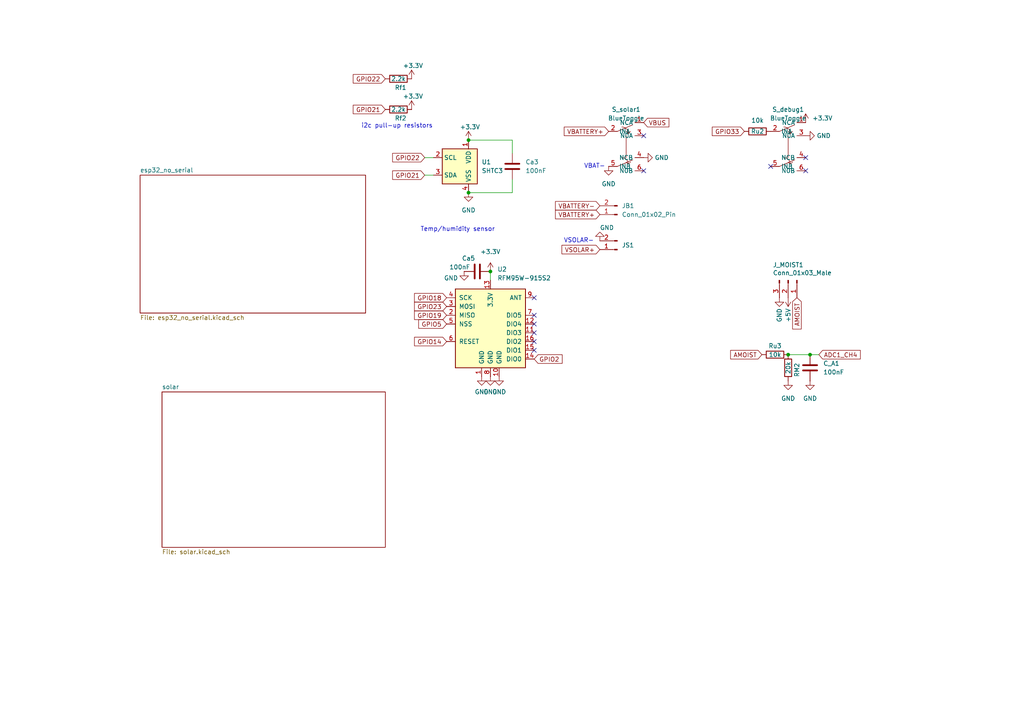
<source format=kicad_sch>
(kicad_sch (version 20231120) (generator "eeschema") (generator_version "8.0")
  (paper "A4")
  (lib_symbols
    (symbol "BlueToggle_1"
      (property "Reference" "S" (at 0 0 0))
      (property "Value" "BlueToggle" (at 0 -9.525 0))
      (symbol "BlueToggle_1_0_1"
        (polyline (pts (xy -2.54 -3.81) (xy 1.905 -1.905)))
        (polyline (pts (xy -2.54 6.35) (xy 1.905 8.255)))
        (polyline (pts (xy 0 5.08) (xy 0 -1.27)))
        (polyline (pts (xy 0 -2.54) (xy 0.635 -3.175) (xy 1.27 -2.54)))
        (polyline (pts (xy 0 6.35) (xy 0.635 5.715) (xy 1.27 6.35)))
        (arc (start 0.635 -3.175) (mid 0.077 -1.828) (end -1.27 -1.27))
        (arc (start 0.635 5.715) (mid 0.077 7.062) (end -1.27 7.62))
      )
      (symbol "BlueToggle_1_1_1"
        (pin output line (at 5.08 8.89 180) (length 2.54) (name "NCA") (number "1"))
        (pin input line (at -5.08 6.35 0) (length 2.54) (name "INA") (number "2"))
        (pin output line (at 5.08 5.08 180) (length 2.54) (name "N0A") (number "3"))
        (pin output line (at 5.08 -1.27 180) (length 2.54) (name "NCB") (number "4"))
        (pin input line (at -5.08 -3.81 0) (length 2.54) (name "INB") (number "5"))
        (pin output line (at 5.08 -5.08 180) (length 2.54) (name "N0B") (number "6"))
      )
    )
    (symbol "Connector:Conn_01x02_Pin" (pin_names (offset 1.016) hide)
      (property "Reference" "J" (at 0 2.54 0))
      (property "Value" "Conn_01x02_Pin" (at 0 -5.08 0))
      (symbol "Conn_01x02_Pin_1_1"
        (polyline (pts (xy 1.27 -2.54) (xy 0.8636 -2.54)) (stroke (width 0.1524)))
        (polyline (pts (xy 1.27 0) (xy 0.8636 0)) (stroke (width 0.1524)))
        (rectangle (start 0.8636 -2.413) (end 0 -2.667) (stroke (width 0.1524)) (fill (type outline)))
        (rectangle (start 0.8636 0.127) (end 0 -0.127) (stroke (width 0.1524)) (fill (type outline)))
        (pin passive line (at 5.08 0 180) (length 3.81) (name "Pin_1") (number "1"))
        (pin passive line (at 5.08 -2.54 180) (length 3.81) (name "Pin_2") (number "2"))
      )
    )
    (symbol "Connector:Conn_01x03_Pin" (pin_names (offset 1.016) hide)
      (property "Reference" "J" (at 0 5.08 0))
      (property "Value" "Conn_01x03_Pin" (at 0 -5.08 0))
      (symbol "Conn_01x03_Pin_1_1"
        (polyline (pts (xy 1.27 -2.54) (xy 0.8636 -2.54)) (stroke (width 0.1524)))
        (polyline (pts (xy 1.27 0) (xy 0.8636 0)) (stroke (width 0.1524)))
        (polyline (pts (xy 1.27 2.54) (xy 0.8636 2.54)) (stroke (width 0.1524)))
        (rectangle (start 0.8636 -2.413) (end 0 -2.667) (stroke (width 0.1524)) (fill (type outline)))
        (rectangle (start 0.8636 0.127) (end 0 -0.127) (stroke (width 0.1524)) (fill (type outline)))
        (rectangle (start 0.8636 2.667) (end 0 2.413) (stroke (width 0.1524)) (fill (type outline)))
        (pin passive line (at 5.08 2.54 180) (length 3.81) (name "Pin_1") (number "1"))
        (pin passive line (at 5.08 0 180) (length 3.81) (name "Pin_2") (number "2"))
        (pin passive line (at 5.08 -2.54 180) (length 3.81) (name "Pin_3") (number "3"))
      )
    )
    (symbol "Device:C" (pin_numbers hide) (pin_names (offset 0.254))
      (property "Reference" "C" (at 0.635 2.54 0))
      (property "Value" "C" (at 0.635 -2.54 0))
      (symbol "C_0_1"
        (polyline (pts (xy -2.032 -0.762) (xy 2.032 -0.762)) (stroke (width 0.508)))
        (polyline (pts (xy -2.032 0.762) (xy 2.032 0.762)) (stroke (width 0.508)))
      )
      (symbol "C_1_1"
        (pin passive line (at 0 3.81 270) (length 2.794) (name "~") (number "1"))
        (pin passive line (at 0 -3.81 90) (length 2.794) (name "~") (number "2"))
      )
    )
    (symbol "Device:R" (pin_numbers hide) (pin_names (offset 0))
      (property "Reference" "R" (at 2.032 0 90))
      (property "Value" "R" (at 0 0 90))
      (symbol "R_0_1"
        (rectangle (start -1.016 -2.54) (end 1.016 2.54) (stroke (width 0.254)))
      )
      (symbol "R_1_1"
        (pin passive line (at 0 3.81 270) (length 1.27) (name "~") (number "1"))
        (pin passive line (at 0 -3.81 90) (length 1.27) (name "~") (number "2"))
      )
    )
    (symbol "RF_Module:RFM95W-915S2" (pin_names (offset 1.016))
      (property "Reference" "U" (at -10.414 11.684 0))
      (property "Value" "RFM95W-915S2" (at 1.524 11.43 0))
      (symbol "RFM95W-915S2_0_1"
        (rectangle (start -10.16 10.16) (end 10.16 -12.7) (stroke (width 0.254)) (fill (type background)))
      )
      (symbol "RFM95W-915S2_1_1"
        (pin power_in line (at -2.54 -15.24 90) (length 2.54) (name "GND") (number "1"))
        (pin power_in line (at 2.54 -15.24 90) (length 2.54) (name "GND") (number "10"))
        (pin bidirectional line (at 12.7 -2.54 180) (length 2.54) (name "DIO3") (number "11"))
        (pin bidirectional line (at 12.7 0 180) (length 2.54) (name "DIO4") (number "12"))
        (pin power_in line (at 0 12.7 270) (length 2.54) (name "3.3V") (number "13"))
        (pin bidirectional line (at 12.7 -10.16 180) (length 2.54) (name "DIO0") (number "14"))
        (pin bidirectional line (at 12.7 -7.62 180) (length 2.54) (name "DIO1") (number "15"))
        (pin bidirectional line (at 12.7 -5.08 180) (length 2.54) (name "DIO2") (number "16"))
        (pin output line (at -12.7 2.54 0) (length 2.54) (name "MISO") (number "2"))
        (pin input line (at -12.7 5.08 0) (length 2.54) (name "MOSI") (number "3"))
        (pin input line (at -12.7 7.62 0) (length 2.54) (name "SCK") (number "4"))
        (pin input line (at -12.7 0 0) (length 2.54) (name "NSS") (number "5"))
        (pin bidirectional line (at -12.7 -5.08 0) (length 2.54) (name "RESET") (number "6"))
        (pin bidirectional line (at 12.7 2.54 180) (length 2.54) (name "DIO5") (number "7"))
        (pin power_in line (at 0 -15.24 90) (length 2.54) (name "GND") (number "8"))
        (pin bidirectional line (at 12.7 7.62 180) (length 2.54) (name "ANT") (number "9"))
      )
    )
    (symbol "Sensor_Humidity:SHTC3"
      (property "Reference" "U" (at -3.81 6.35 0))
      (property "Value" "SHTC3" (at -2.54 -6.35 0))
      (symbol "SHTC3_1_1"
        (rectangle (start -5.08 5.08) (end 5.08 -5.08) (stroke (width 0.254)) (fill (type background)))
        (pin power_in line (at 2.54 7.62 270) (length 2.54) (name "VDD") (number "1"))
        (pin input line (at -7.62 2.54 0) (length 2.54) (name "SCL") (number "2"))
        (pin bidirectional line (at -7.62 -2.54 0) (length 2.54) (name "SDA") (number "3"))
        (pin power_in line (at 2.54 -7.62 90) (length 2.54) (name "VSS") (number "4"))
        (pin no_connect line (at 5.08 0 180) (length 2.54) hide (name "NC") (number "5"))
      )
    )
    (symbol "chl33:BlueToggle"
      (property "Reference" "S" (at 0 0 0))
      (property "Value" "BlueToggle" (at 0 -9.525 0))
      (symbol "BlueToggle_0_1"
        (polyline (pts (xy -2.54 -3.81) (xy 1.905 -1.905)))
        (polyline (pts (xy -2.54 6.35) (xy 1.905 8.255)))
        (polyline (pts (xy 0 5.08) (xy 0 -1.27)))
        (polyline (pts (xy 0 -2.54) (xy 0.635 -3.175) (xy 1.27 -2.54)))
        (polyline (pts (xy 0 6.35) (xy 0.635 5.715) (xy 1.27 6.35)))
        (arc (start 0.635 -3.175) (mid 0.077 -1.828) (end -1.27 -1.27))
        (arc (start 0.635 5.715) (mid 0.077 7.062) (end -1.27 7.62))
      )
      (symbol "BlueToggle_1_1"
        (pin output line (at 5.08 8.89 180) (length 2.54) (name "NCA") (number "1"))
        (pin input line (at -5.08 6.35 0) (length 2.54) (name "INA") (number "2"))
        (pin output line (at 5.08 5.08 180) (length 2.54) (name "N0A") (number "3"))
        (pin output line (at 5.08 -1.27 180) (length 2.54) (name "NCB") (number "4"))
        (pin input line (at -5.08 -3.81 0) (length 2.54) (name "INB") (number "5"))
        (pin output line (at 5.08 -5.08 180) (length 2.54) (name "N0B") (number "6"))
      )
    )
    (symbol "power:+3.3V" (power) (pin_numbers hide) (pin_names (offset 0) hide)
      (property "Value" "+3.3V" (at 0 3.556 0))
      (symbol "+3.3V_0_1"
        (polyline (pts (xy -0.762 1.27) (xy 0 2.54)))
        (polyline (pts (xy 0 0) (xy 0 2.54)))
        (polyline (pts (xy 0 2.54) (xy 0.762 1.27)))
      )
      (symbol "+3.3V_1_1"
        (pin power_in line (at 0 0 90) (length 0) (name "~") (number "1"))
      )
    )
    (symbol "power:+5V" (power) (pin_numbers hide) (pin_names (offset 0) hide)
      (property "Value" "+5V" (at 0 3.556 0))
      (symbol "+5V_0_1"
        (polyline (pts (xy -0.762 1.27) (xy 0 2.54)))
        (polyline (pts (xy 0 0) (xy 0 2.54)))
        (polyline (pts (xy 0 2.54) (xy 0.762 1.27)))
      )
      (symbol "+5V_1_1"
        (pin power_in line (at 0 0 90) (length 0) (name "~") (number "1"))
      )
    )
    (symbol "power:GND" (power) (pin_numbers hide) (pin_names (offset 0) hide)
      (property "Value" "GND" (at 0 -3.81 0))
      (symbol "GND_0_1"
        (polyline (pts (xy 0 0) (xy 0 -1.27) (xy 1.27 -1.27) (xy 0 -2.54) (xy -1.27 -1.27) (xy 0 -1.27)))
      )
      (symbol "GND_1_1"
        (pin power_in line (at 0 0 270) (length 0) (name "~") (number "1"))
      )
    )
  )
  (junction (at 228.6 102.87))
  (junction (at 234.95 102.87))
  (junction (at 135.89 55.88))
  (junction (at 135.89 40.64))
  (junction (at 142.24 78.74))
  (no_connect (at 186.69 39.37))
  (no_connect (at 154.94 99.06))
  (no_connect (at 233.68 49.53))
  (no_connect (at 154.94 93.98))
  (no_connect (at 154.94 91.44))
  (no_connect (at 233.68 45.72))
  (no_connect (at 186.69 49.53))
  (no_connect (at 154.94 101.6))
  (no_connect (at 223.52 48.26))
  (no_connect (at 154.94 96.52))
  (no_connect (at 154.94 86.36))
  (wire (pts (xy 148.59 52.07) (xy 148.59 55.88)))
  (wire (pts (xy 135.89 40.64) (xy 148.59 40.64)))
  (wire (pts (xy 234.95 102.87) (xy 237.49 102.87)))
  (wire (pts (xy 123.19 45.72) (xy 125.73 45.72)))
  (wire (pts (xy 148.59 40.64) (xy 148.59 44.45)))
  (wire (pts (xy 135.89 55.88) (xy 148.59 55.88)))
  (wire (pts (xy 142.24 78.74) (xy 142.24 81.28)))
  (wire (pts (xy 123.19 50.8) (xy 125.73 50.8)))
  (wire (pts (xy 228.6 102.87) (xy 234.95 102.87)))
  (text "VSOLAR-" (at 167.894 69.85 0) (effects (font (size 1.27 1.27))))
  (text "VBAT-" (at 172.466 48.26 0) (effects (font (size 1.27 1.27))))
  (text "Temp/humidity sensor" (at 121.92 67.31 0) (effects (font (size 1.27 1.27)) (justify left bottom)))
  (text "i2c pull-up resistors\n	" (at 104.775 39.37 0) (effects (font (size 1.27 1.27)) (justify left bottom)))
  (global_label "GPIO22" (shape input) (at 123.19 45.72 180) (property "Intersheetrefs" "${INTERSHEET_REFS}" (effects (hide yes))))
  (global_label "VBATTERY+" (shape input) (at 173.99 62.23 180) (property "Intersheetrefs" "${INTERSHEET_REFS}" (effects (hide yes))))
  (global_label "GPIO21" (shape input) (at 123.19 50.8 180) (property "Intersheetrefs" "${INTERSHEET_REFS}" (effects (hide yes))))
  (global_label "GPIO21" (shape input) (at 111.76 31.75 180) (property "Intersheetrefs" "${INTERSHEET_REFS}" (effects (hide yes))))
  (global_label "GPIO33" (shape input) (at 215.9 38.1 180) (property "Intersheetrefs" "${INTERSHEET_REFS}" (effects (hide yes))))
  (global_label "AMOIST" (shape input) (at 220.98 102.87 180) (property "Intersheetrefs" "${INTERSHEET_REFS}" (effects (hide yes))))
  (global_label "VBATTERY-" (shape input) (at 173.99 59.69 180) (property "Intersheetrefs" "${INTERSHEET_REFS}" (effects (hide yes))))
  (global_label "VBUS" (shape input) (at 186.69 35.56 0) (property "Intersheetrefs" "${INTERSHEET_REFS}" (effects (hide yes))))
  (global_label "VBATTERY+" (shape input) (at 176.53 38.1 180) (property "Intersheetrefs" "${INTERSHEET_REFS}" (effects (hide yes))))
  (global_label "GPIO22" (shape input) (at 111.76 22.86 180) (property "Intersheetrefs" "${INTERSHEET_REFS}" (effects (hide yes))))
  (global_label "GPIO14" (shape input) (at 129.54 99.06 180) (property "Intersheetrefs" "${INTERSHEET_REFS}" (effects (hide yes))))
  (global_label "GPIO19" (shape input) (at 129.54 91.44 180) (property "Intersheetrefs" "${INTERSHEET_REFS}" (effects (hide yes))))
  (global_label "GPIO2" (shape input) (at 154.94 104.14 0) (property "Intersheetrefs" "${INTERSHEET_REFS}" (effects (hide yes))))
  (global_label "GPIO18" (shape input) (at 129.54 86.36 180) (property "Intersheetrefs" "${INTERSHEET_REFS}" (effects (hide yes))))
  (global_label "GPIO23" (shape input) (at 129.54 88.9 180) (property "Intersheetrefs" "${INTERSHEET_REFS}" (effects (hide yes))))
  (global_label "ADC1_CH4" (shape input) (at 237.49 102.87 0) (property "Intersheetrefs" "${INTERSHEET_REFS}" (effects (hide yes))))
  (global_label "GPIO5" (shape input) (at 129.54 93.98 180) (property "Intersheetrefs" "${INTERSHEET_REFS}" (effects (hide yes))))
  (global_label "VSOLAR+" (shape input) (at 173.99 72.39 180) (property "Intersheetrefs" "${INTERSHEET_REFS}" (effects (hide yes))))
  (global_label "AMOIST" (shape input) (at 231.14 86.36 270) (property "Intersheetrefs" "${INTERSHEET_REFS}" (effects (hide yes))))
  (symbol (lib_id "Device:R") (at 224.79 102.87 270) (unit 1)
    (property "Reference" "Ru3" (at 224.79 100.33 90))
    (property "Value" "10k" (at 224.79 102.87 90))
    (property "Footprint" "Resistor_SMD:R_0603_1608Metric" (effects (hide yes)))
    (property "Description" "Resistor" (effects (hide yes)))
  )
  (symbol (lib_id "power:+5V") (at 228.6 86.36 180) (unit 1)
    (property "Reference" "#PWR011" (effects (hide yes)))
    (property "Value" "+5V" (at 228.6 91.44 90))
    (property "Description" "Power symbol creates a global label with name \"+5V\"" (effects (hide yes)))
  )
  (symbol (lib_id "chl33:BlueToggle") (at 228.6 44.45 0) (unit 1)
    (property "Reference" "S_debug1" (at 228.6 31.75 0))
    (property "Value" "BlueToggle" (at 228.6 34.29 0))
    (property "Footprint" "chl33_library:BlueToggle" (effects (hide yes)))
  )
  (symbol (lib_id "power:GND") (at 142.24 109.22 0) (unit 1)
    (property "Reference" "#PWR06" (effects (hide yes)))
    (property "Value" "GND" (at 142.24 113.665 0))
    (property "Description" "Power symbol creates a global label with name \"GND\" , ground" (effects (hide yes)))
  )
  (symbol (lib_id "power:+3.3V") (at 135.89 40.64 0) (unit 1)
    (property "Reference" "#PWR02" (effects (hide yes)))
    (property "Value" "+3.3V" (at 133.35 36.83 0) (effects (justify left)))
    (property "Description" "Power symbol creates a global label with name \"+3.3V\"" (effects (hide yes)))
  )
  (symbol (lib_id "power:+3.3V") (at 233.68 35.56 0) (unit 1)
    (property "Reference" "#PWR013" (effects (hide yes)))
    (property "Value" "+3.3V" (at 235.585 34.2899 0) (effects (justify left)))
    (property "Description" "Power symbol creates a global label with name \"+3.3V\"" (effects (hide yes)))
  )
  (symbol (lib_id "RF_Module:RFM95W-915S2") (at 142.24 93.98 0) (unit 1)
    (property "Reference" "U2" (at 144.2594 78.105 0) (effects (justify left)))
    (property "Value" "RFM95W-915S2" (at 144.2594 80.645 0) (effects (justify left)))
    (property "Footprint" "RF_Module:HOPERF_RFM9XW_SMD" (effects (hide yes)))
    (property "Datasheet" "https://www.hoperf.com/data/upload/portal/20181127/5bfcbea20e9ef.pdf" (effects (hide yes)))
    (property "Description" "Low power long range transceiver module, SPI and parallel interface, 915 MHz, spreading factor 6 to12, bandwidth 7.8 to 500kHz, -111 to -148 dBm, SMD-16, DIP-16" (effects (hide yes)))
  )
  (symbol (lib_id "Device:C") (at 234.95 106.68 180) (unit 1)
    (property "Reference" "C_A1" (at 238.76 105.4099 0) (effects (justify right)))
    (property "Value" "100nF" (at 238.76 107.9499 0) (effects (justify right)))
    (property "Footprint" "Capacitor_SMD:C_0603_1608Metric_Pad1.08x0.95mm_HandSolder" (effects (hide yes)))
    (property "Description" "Unpolarized capacitor" (effects (hide yes)))
  )
  (symbol (lib_id "Connector:Conn_01x02_Pin") (at 179.07 62.23 180) (unit 1)
    (property "Reference" "JB1" (at 180.34 59.6899 0) (effects (justify right)))
    (property "Value" "Conn_01x02_Pin" (at 180.34 62.2299 0) (effects (justify right)))
    (property "Footprint" "chl33_library:MOLEX_530470210" (effects (hide yes)))
    (property "Description" "Generic connector, single row, 01x02, script generated" (effects (hide yes)))
  )
  (symbol (lib_id "power:GND") (at 228.6 110.49 0) (unit 1)
    (property "Reference" "#PWR012" (effects (hide yes)))
    (property "Value" "GND" (at 228.6 115.57 0))
    (property "Description" "Power symbol creates a global label with name \"GND\" , ground" (effects (hide yes)))
  )
  (symbol (lib_id "power:+3.3V") (at 119.38 31.75 0) (unit 1)
    (property "Reference" "#PWR040" (effects (hide yes)))
    (property "Value" "+3.3V" (at 116.84 27.94 0) (effects (justify left)))
  )
  (symbol (lib_id "Device:R") (at 219.71 38.1 90) (unit 1)
    (property "Reference" "Ru2" (at 219.71 38.1 90))
    (property "Value" "10k" (at 219.71 34.925 90))
    (property "Footprint" "Resistor_SMD:R_0603_1608Metric" (effects (hide yes)))
    (property "Description" "Resistor" (effects (hide yes)))
  )
  (symbol (lib_id "power:GND") (at 173.99 69.85 180) (unit 1)
    (property "Reference" "#PWR07" (effects (hide yes)))
    (property "Value" "GND" (at 173.9901 66.04 0) (effects (justify right)))
    (property "Description" "Power symbol creates a global label with name \"GND\" , ground" (effects (hide yes)))
  )
  (symbol (lib_name "BlueToggle_1") (lib_id "chl33:BlueToggle") (at 181.61 44.45 0) (unit 1)
    (property "Reference" "S_solar1" (at 181.61 31.75 0))
    (property "Value" "BlueToggle" (at 181.61 34.29 0))
    (property "Footprint" "chl33_library:BlueToggle" (effects (hide yes)))
  )
  (symbol (lib_id "Device:R") (at 115.57 31.75 90) (unit 1)
    (property "Reference" "Rf2" (at 116.205 34.29 90))
    (property "Value" "2.2k" (at 115.57 31.75 90))
    (property "Footprint" "Resistor_SMD:R_0603_1608Metric" (effects (hide yes)))
  )
  (symbol (lib_id "power:GND") (at 135.89 55.88 0) (unit 1)
    (property "Reference" "#PWR03" (effects (hide yes)))
    (property "Value" "GND" (at 135.89 60.96 0))
    (property "Description" "Power symbol creates a global label with name \"GND\" , ground" (effects (hide yes)))
  )
  (symbol (lib_id "Device:C") (at 138.43 78.74 90) (unit 1)
    (property "Reference" "Ca5" (at 135.89 74.93 90))
    (property "Value" "100nF" (at 133.35 77.47 90))
    (property "Footprint" "Capacitor_SMD:C_0603_1608Metric" (effects (hide yes)))
    (property "Description" "Unpolarized capacitor" (effects (hide yes)))
  )
  (symbol (lib_id "Device:R") (at 228.6 106.68 180) (unit 1)
    (property "Reference" "RM2" (at 231.14 107.315 90))
    (property "Value" "20k" (at 228.6 106.68 90))
    (property "Footprint" "Resistor_SMD:R_0603_1608Metric" (effects (hide yes)))
    (property "Description" "Resistor" (effects (hide yes)))
  )
  (symbol (lib_id "power:+3.3V") (at 142.24 78.74 0) (unit 1)
    (property "Reference" "#PWR05" (effects (hide yes)))
    (property "Value" "+3.3V" (at 142.24 73.025 0))
    (property "Description" "Power symbol creates a global label with name \"+3.3V\"" (effects (hide yes)))
  )
  (symbol (lib_id "power:GND") (at 233.68 39.37 90) (unit 1)
    (property "Reference" "#PWR014" (effects (hide yes)))
    (property "Value" "GND" (at 236.855 39.3699 90) (effects (justify right)))
    (property "Description" "Power symbol creates a global label with name \"GND\" , ground" (effects (hide yes)))
  )
  (symbol (lib_id "power:GND") (at 139.7 109.22 0) (unit 1)
    (property "Reference" "#PWR04" (effects (hide yes)))
    (property "Value" "GND" (at 139.7 113.665 0))
    (property "Description" "Power symbol creates a global label with name \"GND\" , ground" (effects (hide yes)))
  )
  (symbol (lib_id "Connector:Conn_01x03_Pin") (at 228.6 81.28 270) (unit 1)
    (property "Reference" "J_MOIST1" (at 224.155 76.835 90) (effects (justify left)))
    (property "Value" "Conn_01x03_Male" (at 224.155 79.1464 90) (effects (justify left)))
    (property "Footprint" "Connector_JST:JST_XH_B3B-XH-A_1x03_P2.50mm_Vertical" (effects (hide yes)))
    (property "Description" "Generic connector, single row, 01x03, script generated" (effects (hide yes)))
  )
  (symbol (lib_id "power:GND") (at 186.69 45.72 90) (unit 1)
    (property "Reference" "#PWR09" (effects (hide yes)))
    (property "Value" "GND" (at 189.865 45.7199 90) (effects (justify right)))
    (property "Description" "Power symbol creates a global label with name \"GND\" , ground" (effects (hide yes)))
  )
  (symbol (lib_id "power:GND") (at 144.78 109.22 0) (unit 1)
    (property "Reference" "#PWR08" (effects (hide yes)))
    (property "Value" "GND" (at 144.78 113.665 0))
    (property "Description" "Power symbol creates a global label with name \"GND\" , ground" (effects (hide yes)))
  )
  (symbol (lib_id "power:GND") (at 134.62 78.74 0) (unit 1)
    (property "Reference" "#PWR01" (effects (hide yes)))
    (property "Value" "GND" (at 130.81 80.645 0))
    (property "Description" "Power symbol creates a global label with name \"GND\" , ground" (effects (hide yes)))
  )
  (symbol (lib_id "power:GND") (at 234.95 110.49 0) (unit 1)
    (property "Reference" "#PWR015" (effects (hide yes)))
    (property "Value" "GND" (at 234.95 115.57 0))
    (property "Description" "Power symbol creates a global label with name \"GND\" , ground" (effects (hide yes)))
  )
  (symbol (lib_id "Device:R") (at 115.57 22.86 90) (unit 1)
    (property "Reference" "Rf1" (at 116.205 25.4 90))
    (property "Value" "2.2k" (at 115.57 22.86 90))
    (property "Footprint" "Resistor_SMD:R_0603_1608Metric" (effects (hide yes)))
  )
  (symbol (lib_id "power:GND") (at 176.53 48.26 0) (unit 1)
    (property "Reference" "#PWR038" (effects (hide yes)))
    (property "Value" "GND" (at 176.53 53.34 0))
    (property "Description" "Power symbol creates a global label with name \"GND\" , ground" (effects (hide yes)))
  )
  (symbol (lib_id "Device:C") (at 148.59 48.26 0) (unit 1)
    (property "Reference" "Ca3" (at 152.4 46.9899 0) (effects (justify left)))
    (property "Value" "100nF" (at 152.4 49.5299 0) (effects (justify left)))
    (property "Footprint" "Capacitor_SMD:C_0603_1608Metric" (effects (hide yes)))
    (property "Description" "Unpolarized capacitor" (effects (hide yes)))
  )
  (symbol (lib_id "Sensor_Humidity:SHTC3") (at 133.35 48.26 0) (unit 1)
    (property "Reference" "U1" (at 139.7 46.9899 0) (effects (justify left)))
    (property "Value" "SHTC3" (at 139.7 49.5299 0) (effects (justify left)))
    (property "Footprint" "Sensor_Humidity:Sensirion_DFN-4-1EP_2x2mm_P1mm_EP0.7x1.6mm" (effects (hide yes)))
    (property "Datasheet" "https://www.sensirion.com/fileadmin/user_upload/customers/sensirion/Dokumente/0_Datasheets/Humidity/Sensirion_Humidity_Sensors_SHTC3_Datasheet.pdf" (effects (hide yes)))
    (property "Description" "Humidity and Temperature Sensor, ±2%RH, ±0.2°C, I2C, 1.62-3.6V, DFN-4" (effects (hide yes)))
  )
  (symbol (lib_id "power:+3.3V") (at 119.38 22.86 0) (unit 1)
    (property "Reference" "#PWR039" (effects (hide yes)))
    (property "Value" "+3.3V" (at 116.84 19.05 0) (effects (justify left)))
  )
  (symbol (lib_id "power:GND") (at 226.06 86.36 0) (unit 1)
    (property "Reference" "#PWR010" (effects (hide yes)))
    (property "Value" "GND" (at 226.06 91.44 90))
    (property "Description" "Power symbol creates a global label with name \"GND\" , ground" (effects (hide yes)))
  )
  (symbol (lib_id "Connector:Conn_01x02_Pin") (at 179.07 72.39 180) (unit 1)
    (property "Reference" "JS1" (at 180.34 71.1199 0) (effects (justify right)))
    (property "Value" "Conn_01x02_Pin" (effects (hide yes)))
    (property "Footprint" "Connector_JST:JST_XH_B2B-XH-A_1x02_P2.50mm_Vertical" (effects (hide yes)))
    (property "Description" "Generic connector, single row, 01x02, script generated" (effects (hide yes)))
  )
  (sheet (at 40.64 50.8) (size 65.405 40.005) (stroke (width 0.1524))
    (property "Sheetname" "esp32_no_serial" (at 40.64 50.0884 0) (effects (justify left bottom)))
    (property "Sheetfile" "esp32_no_serial.kicad_sch" (at 40.64 91.3896 0) (effects (justify left top)))
  )
  (sheet (at 46.99 113.665) (size 64.77 45.085) (stroke (width 0.1524))
    (property "Sheetname" "solar" (at 46.99 112.9534 0) (effects (justify left bottom)))
    (property "Sheetfile" "solar.kicad_sch" (at 46.99 159.3346 0) (effects (justify left top)))
  )
)
</source>
